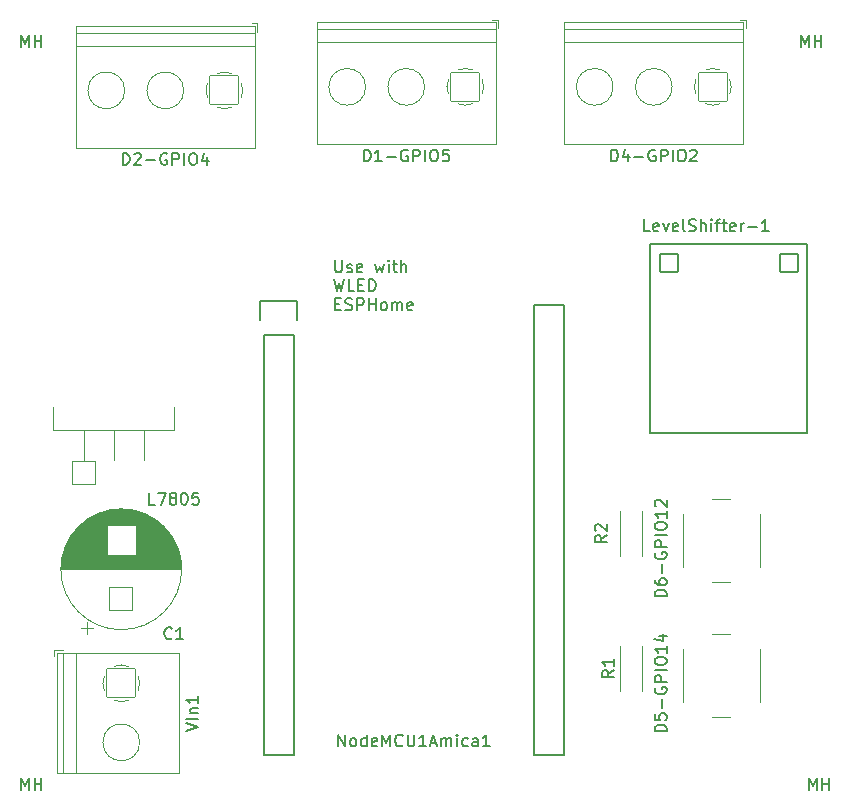
<source format=gto>
%TF.GenerationSoftware,KiCad,Pcbnew,6.0.0*%
%TF.CreationDate,2022-01-15T13:24:47-05:00*%
%TF.ProjectId,wled-driver-nodemcu-v2,776c6564-2d64-4726-9976-65722d6e6f64,rev?*%
%TF.SameCoordinates,Original*%
%TF.FileFunction,Legend,Top*%
%TF.FilePolarity,Positive*%
%FSLAX46Y46*%
G04 Gerber Fmt 4.6, Leading zero omitted, Abs format (unit mm)*
G04 Created by KiCad (PCBNEW 6.0.0) date 2022-01-15 13:24:47*
%MOMM*%
%LPD*%
G01*
G04 APERTURE LIST*
G04 Aperture macros list*
%AMRoundRect*
0 Rectangle with rounded corners*
0 $1 Rounding radius*
0 $2 $3 $4 $5 $6 $7 $8 $9 X,Y pos of 4 corners*
0 Add a 4 corners polygon primitive as box body*
4,1,4,$2,$3,$4,$5,$6,$7,$8,$9,$2,$3,0*
0 Add four circle primitives for the rounded corners*
1,1,$1+$1,$2,$3*
1,1,$1+$1,$4,$5*
1,1,$1+$1,$6,$7*
1,1,$1+$1,$8,$9*
0 Add four rect primitives between the rounded corners*
20,1,$1+$1,$2,$3,$4,$5,0*
20,1,$1+$1,$4,$5,$6,$7,0*
20,1,$1+$1,$6,$7,$8,$9,0*
20,1,$1+$1,$8,$9,$2,$3,0*%
G04 Aperture macros list end*
%ADD10C,0.150000*%
%ADD11C,0.120000*%
%ADD12C,0.127000*%
%ADD13O,2.032000X1.727200*%
%ADD14C,0.100000*%
%ADD15C,0.250000*%
%ADD16C,2.601600*%
%ADD17C,2.101600*%
%ADD18O,1.501600X1.501600*%
%ADD19C,1.501600*%
%ADD20O,3.601600X3.601600*%
%ADD21RoundRect,0.050800X-0.952500X-1.000000X0.952500X-1.000000X0.952500X1.000000X-0.952500X1.000000X0*%
%ADD22O,2.006600X2.101600*%
%ADD23RoundRect,0.050800X1.200000X1.200000X-1.200000X1.200000X-1.200000X-1.200000X1.200000X-1.200000X0*%
%ADD24C,2.501600*%
%ADD25C,3.301600*%
%ADD26O,2.133600X1.828800*%
%ADD27C,1.625600*%
%ADD28RoundRect,0.050800X-0.762000X-0.762000X0.762000X-0.762000X0.762000X0.762000X-0.762000X0.762000X0*%
%ADD29RoundRect,0.050800X1.000000X-1.000000X1.000000X1.000000X-1.000000X1.000000X-1.000000X-1.000000X0*%
%ADD30RoundRect,0.050800X-1.200000X1.200000X-1.200000X-1.200000X1.200000X-1.200000X1.200000X1.200000X0*%
G04 APERTURE END LIST*
D10*
X117175595Y-63882380D02*
X117175595Y-64691904D01*
X117223214Y-64787142D01*
X117270833Y-64834761D01*
X117366071Y-64882380D01*
X117556547Y-64882380D01*
X117651785Y-64834761D01*
X117699404Y-64787142D01*
X117747023Y-64691904D01*
X117747023Y-63882380D01*
X118175595Y-64834761D02*
X118270833Y-64882380D01*
X118461309Y-64882380D01*
X118556547Y-64834761D01*
X118604166Y-64739523D01*
X118604166Y-64691904D01*
X118556547Y-64596666D01*
X118461309Y-64549047D01*
X118318452Y-64549047D01*
X118223214Y-64501428D01*
X118175595Y-64406190D01*
X118175595Y-64358571D01*
X118223214Y-64263333D01*
X118318452Y-64215714D01*
X118461309Y-64215714D01*
X118556547Y-64263333D01*
X119413690Y-64834761D02*
X119318452Y-64882380D01*
X119127976Y-64882380D01*
X119032738Y-64834761D01*
X118985119Y-64739523D01*
X118985119Y-64358571D01*
X119032738Y-64263333D01*
X119127976Y-64215714D01*
X119318452Y-64215714D01*
X119413690Y-64263333D01*
X119461309Y-64358571D01*
X119461309Y-64453809D01*
X118985119Y-64549047D01*
X120556547Y-64215714D02*
X120747023Y-64882380D01*
X120937500Y-64406190D01*
X121127976Y-64882380D01*
X121318452Y-64215714D01*
X121699404Y-64882380D02*
X121699404Y-64215714D01*
X121699404Y-63882380D02*
X121651785Y-63930000D01*
X121699404Y-63977619D01*
X121747023Y-63930000D01*
X121699404Y-63882380D01*
X121699404Y-63977619D01*
X122032738Y-64215714D02*
X122413690Y-64215714D01*
X122175595Y-63882380D02*
X122175595Y-64739523D01*
X122223214Y-64834761D01*
X122318452Y-64882380D01*
X122413690Y-64882380D01*
X122747023Y-64882380D02*
X122747023Y-63882380D01*
X123175595Y-64882380D02*
X123175595Y-64358571D01*
X123127976Y-64263333D01*
X123032738Y-64215714D01*
X122889880Y-64215714D01*
X122794642Y-64263333D01*
X122747023Y-64310952D01*
X117080357Y-65492380D02*
X117318452Y-66492380D01*
X117508928Y-65778095D01*
X117699404Y-66492380D01*
X117937500Y-65492380D01*
X118794642Y-66492380D02*
X118318452Y-66492380D01*
X118318452Y-65492380D01*
X119127976Y-65968571D02*
X119461309Y-65968571D01*
X119604166Y-66492380D02*
X119127976Y-66492380D01*
X119127976Y-65492380D01*
X119604166Y-65492380D01*
X120032738Y-66492380D02*
X120032738Y-65492380D01*
X120270833Y-65492380D01*
X120413690Y-65540000D01*
X120508928Y-65635238D01*
X120556547Y-65730476D01*
X120604166Y-65920952D01*
X120604166Y-66063809D01*
X120556547Y-66254285D01*
X120508928Y-66349523D01*
X120413690Y-66444761D01*
X120270833Y-66492380D01*
X120032738Y-66492380D01*
X117175595Y-67578571D02*
X117508928Y-67578571D01*
X117651785Y-68102380D02*
X117175595Y-68102380D01*
X117175595Y-67102380D01*
X117651785Y-67102380D01*
X118032738Y-68054761D02*
X118175595Y-68102380D01*
X118413690Y-68102380D01*
X118508928Y-68054761D01*
X118556547Y-68007142D01*
X118604166Y-67911904D01*
X118604166Y-67816666D01*
X118556547Y-67721428D01*
X118508928Y-67673809D01*
X118413690Y-67626190D01*
X118223214Y-67578571D01*
X118127976Y-67530952D01*
X118080357Y-67483333D01*
X118032738Y-67388095D01*
X118032738Y-67292857D01*
X118080357Y-67197619D01*
X118127976Y-67150000D01*
X118223214Y-67102380D01*
X118461309Y-67102380D01*
X118604166Y-67150000D01*
X119032738Y-68102380D02*
X119032738Y-67102380D01*
X119413690Y-67102380D01*
X119508928Y-67150000D01*
X119556547Y-67197619D01*
X119604166Y-67292857D01*
X119604166Y-67435714D01*
X119556547Y-67530952D01*
X119508928Y-67578571D01*
X119413690Y-67626190D01*
X119032738Y-67626190D01*
X120032738Y-68102380D02*
X120032738Y-67102380D01*
X120032738Y-67578571D02*
X120604166Y-67578571D01*
X120604166Y-68102380D02*
X120604166Y-67102380D01*
X121223214Y-68102380D02*
X121127976Y-68054761D01*
X121080357Y-68007142D01*
X121032738Y-67911904D01*
X121032738Y-67626190D01*
X121080357Y-67530952D01*
X121127976Y-67483333D01*
X121223214Y-67435714D01*
X121366071Y-67435714D01*
X121461309Y-67483333D01*
X121508928Y-67530952D01*
X121556547Y-67626190D01*
X121556547Y-67911904D01*
X121508928Y-68007142D01*
X121461309Y-68054761D01*
X121366071Y-68102380D01*
X121223214Y-68102380D01*
X121985119Y-68102380D02*
X121985119Y-67435714D01*
X121985119Y-67530952D02*
X122032738Y-67483333D01*
X122127976Y-67435714D01*
X122270833Y-67435714D01*
X122366071Y-67483333D01*
X122413690Y-67578571D01*
X122413690Y-68102380D01*
X122413690Y-67578571D02*
X122461309Y-67483333D01*
X122556547Y-67435714D01*
X122699404Y-67435714D01*
X122794642Y-67483333D01*
X122842261Y-67578571D01*
X122842261Y-68102380D01*
X123699404Y-68054761D02*
X123604166Y-68102380D01*
X123413690Y-68102380D01*
X123318452Y-68054761D01*
X123270833Y-67959523D01*
X123270833Y-67578571D01*
X123318452Y-67483333D01*
X123413690Y-67435714D01*
X123604166Y-67435714D01*
X123699404Y-67483333D01*
X123747023Y-67578571D01*
X123747023Y-67673809D01*
X123270833Y-67769047D01*
%TO.C,MH*%
X157257857Y-108712380D02*
X157257857Y-107712380D01*
X157591190Y-108426666D01*
X157924523Y-107712380D01*
X157924523Y-108712380D01*
X158400714Y-108712380D02*
X158400714Y-107712380D01*
X158400714Y-108188571D02*
X158972142Y-108188571D01*
X158972142Y-108712380D02*
X158972142Y-107712380D01*
%TO.C,D5-GPIO14*%
X145232380Y-103766428D02*
X144232380Y-103766428D01*
X144232380Y-103528333D01*
X144280000Y-103385476D01*
X144375238Y-103290238D01*
X144470476Y-103242619D01*
X144660952Y-103195000D01*
X144803809Y-103195000D01*
X144994285Y-103242619D01*
X145089523Y-103290238D01*
X145184761Y-103385476D01*
X145232380Y-103528333D01*
X145232380Y-103766428D01*
X144232380Y-102290238D02*
X144232380Y-102766428D01*
X144708571Y-102814047D01*
X144660952Y-102766428D01*
X144613333Y-102671190D01*
X144613333Y-102433095D01*
X144660952Y-102337857D01*
X144708571Y-102290238D01*
X144803809Y-102242619D01*
X145041904Y-102242619D01*
X145137142Y-102290238D01*
X145184761Y-102337857D01*
X145232380Y-102433095D01*
X145232380Y-102671190D01*
X145184761Y-102766428D01*
X145137142Y-102814047D01*
X144851428Y-101814047D02*
X144851428Y-101052142D01*
X144280000Y-100052142D02*
X144232380Y-100147380D01*
X144232380Y-100290238D01*
X144280000Y-100433095D01*
X144375238Y-100528333D01*
X144470476Y-100575952D01*
X144660952Y-100623571D01*
X144803809Y-100623571D01*
X144994285Y-100575952D01*
X145089523Y-100528333D01*
X145184761Y-100433095D01*
X145232380Y-100290238D01*
X145232380Y-100195000D01*
X145184761Y-100052142D01*
X145137142Y-100004523D01*
X144803809Y-100004523D01*
X144803809Y-100195000D01*
X145232380Y-99575952D02*
X144232380Y-99575952D01*
X144232380Y-99195000D01*
X144280000Y-99099761D01*
X144327619Y-99052142D01*
X144422857Y-99004523D01*
X144565714Y-99004523D01*
X144660952Y-99052142D01*
X144708571Y-99099761D01*
X144756190Y-99195000D01*
X144756190Y-99575952D01*
X145232380Y-98575952D02*
X144232380Y-98575952D01*
X144232380Y-97909285D02*
X144232380Y-97718809D01*
X144280000Y-97623571D01*
X144375238Y-97528333D01*
X144565714Y-97480714D01*
X144899047Y-97480714D01*
X145089523Y-97528333D01*
X145184761Y-97623571D01*
X145232380Y-97718809D01*
X145232380Y-97909285D01*
X145184761Y-98004523D01*
X145089523Y-98099761D01*
X144899047Y-98147380D01*
X144565714Y-98147380D01*
X144375238Y-98099761D01*
X144280000Y-98004523D01*
X144232380Y-97909285D01*
X145232380Y-96528333D02*
X145232380Y-97099761D01*
X145232380Y-96814047D02*
X144232380Y-96814047D01*
X144375238Y-96909285D01*
X144470476Y-97004523D01*
X144518095Y-97099761D01*
X144565714Y-95671190D02*
X145232380Y-95671190D01*
X144184761Y-95909285D02*
X144899047Y-96147380D01*
X144899047Y-95528333D01*
%TO.C,R1*%
X140772380Y-98591666D02*
X140296190Y-98925000D01*
X140772380Y-99163095D02*
X139772380Y-99163095D01*
X139772380Y-98782142D01*
X139820000Y-98686904D01*
X139867619Y-98639285D01*
X139962857Y-98591666D01*
X140105714Y-98591666D01*
X140200952Y-98639285D01*
X140248571Y-98686904D01*
X140296190Y-98782142D01*
X140296190Y-99163095D01*
X140772380Y-97639285D02*
X140772380Y-98210714D01*
X140772380Y-97925000D02*
X139772380Y-97925000D01*
X139915238Y-98020238D01*
X140010476Y-98115476D01*
X140058095Y-98210714D01*
%TO.C,R2*%
X140152380Y-87161666D02*
X139676190Y-87495000D01*
X140152380Y-87733095D02*
X139152380Y-87733095D01*
X139152380Y-87352142D01*
X139200000Y-87256904D01*
X139247619Y-87209285D01*
X139342857Y-87161666D01*
X139485714Y-87161666D01*
X139580952Y-87209285D01*
X139628571Y-87256904D01*
X139676190Y-87352142D01*
X139676190Y-87733095D01*
X139247619Y-86780714D02*
X139200000Y-86733095D01*
X139152380Y-86637857D01*
X139152380Y-86399761D01*
X139200000Y-86304523D01*
X139247619Y-86256904D01*
X139342857Y-86209285D01*
X139438095Y-86209285D01*
X139580952Y-86256904D01*
X140152380Y-86828333D01*
X140152380Y-86209285D01*
%TO.C,D6-GPIO12*%
X145232380Y-92336428D02*
X144232380Y-92336428D01*
X144232380Y-92098333D01*
X144280000Y-91955476D01*
X144375238Y-91860238D01*
X144470476Y-91812619D01*
X144660952Y-91765000D01*
X144803809Y-91765000D01*
X144994285Y-91812619D01*
X145089523Y-91860238D01*
X145184761Y-91955476D01*
X145232380Y-92098333D01*
X145232380Y-92336428D01*
X144232380Y-90907857D02*
X144232380Y-91098333D01*
X144280000Y-91193571D01*
X144327619Y-91241190D01*
X144470476Y-91336428D01*
X144660952Y-91384047D01*
X145041904Y-91384047D01*
X145137142Y-91336428D01*
X145184761Y-91288809D01*
X145232380Y-91193571D01*
X145232380Y-91003095D01*
X145184761Y-90907857D01*
X145137142Y-90860238D01*
X145041904Y-90812619D01*
X144803809Y-90812619D01*
X144708571Y-90860238D01*
X144660952Y-90907857D01*
X144613333Y-91003095D01*
X144613333Y-91193571D01*
X144660952Y-91288809D01*
X144708571Y-91336428D01*
X144803809Y-91384047D01*
X144851428Y-90384047D02*
X144851428Y-89622142D01*
X144280000Y-88622142D02*
X144232380Y-88717380D01*
X144232380Y-88860238D01*
X144280000Y-89003095D01*
X144375238Y-89098333D01*
X144470476Y-89145952D01*
X144660952Y-89193571D01*
X144803809Y-89193571D01*
X144994285Y-89145952D01*
X145089523Y-89098333D01*
X145184761Y-89003095D01*
X145232380Y-88860238D01*
X145232380Y-88765000D01*
X145184761Y-88622142D01*
X145137142Y-88574523D01*
X144803809Y-88574523D01*
X144803809Y-88765000D01*
X145232380Y-88145952D02*
X144232380Y-88145952D01*
X144232380Y-87765000D01*
X144280000Y-87669761D01*
X144327619Y-87622142D01*
X144422857Y-87574523D01*
X144565714Y-87574523D01*
X144660952Y-87622142D01*
X144708571Y-87669761D01*
X144756190Y-87765000D01*
X144756190Y-88145952D01*
X145232380Y-87145952D02*
X144232380Y-87145952D01*
X144232380Y-86479285D02*
X144232380Y-86288809D01*
X144280000Y-86193571D01*
X144375238Y-86098333D01*
X144565714Y-86050714D01*
X144899047Y-86050714D01*
X145089523Y-86098333D01*
X145184761Y-86193571D01*
X145232380Y-86288809D01*
X145232380Y-86479285D01*
X145184761Y-86574523D01*
X145089523Y-86669761D01*
X144899047Y-86717380D01*
X144565714Y-86717380D01*
X144375238Y-86669761D01*
X144280000Y-86574523D01*
X144232380Y-86479285D01*
X145232380Y-85098333D02*
X145232380Y-85669761D01*
X145232380Y-85384047D02*
X144232380Y-85384047D01*
X144375238Y-85479285D01*
X144470476Y-85574523D01*
X144518095Y-85669761D01*
X144327619Y-84717380D02*
X144280000Y-84669761D01*
X144232380Y-84574523D01*
X144232380Y-84336428D01*
X144280000Y-84241190D01*
X144327619Y-84193571D01*
X144422857Y-84145952D01*
X144518095Y-84145952D01*
X144660952Y-84193571D01*
X145232380Y-84765000D01*
X145232380Y-84145952D01*
%TO.C,MH*%
X90582857Y-45847380D02*
X90582857Y-44847380D01*
X90916190Y-45561666D01*
X91249523Y-44847380D01*
X91249523Y-45847380D01*
X91725714Y-45847380D02*
X91725714Y-44847380D01*
X91725714Y-45323571D02*
X92297142Y-45323571D01*
X92297142Y-45847380D02*
X92297142Y-44847380D01*
X156622857Y-45847380D02*
X156622857Y-44847380D01*
X156956190Y-45561666D01*
X157289523Y-44847380D01*
X157289523Y-45847380D01*
X157765714Y-45847380D02*
X157765714Y-44847380D01*
X157765714Y-45323571D02*
X158337142Y-45323571D01*
X158337142Y-45847380D02*
X158337142Y-44847380D01*
X90582857Y-108712380D02*
X90582857Y-107712380D01*
X90916190Y-108426666D01*
X91249523Y-107712380D01*
X91249523Y-108712380D01*
X91725714Y-108712380D02*
X91725714Y-107712380D01*
X91725714Y-108188571D02*
X92297142Y-108188571D01*
X92297142Y-108712380D02*
X92297142Y-107712380D01*
%TO.C,L7805*%
X101909761Y-84567380D02*
X101433571Y-84567380D01*
X101433571Y-83567380D01*
X102147857Y-83567380D02*
X102814523Y-83567380D01*
X102385952Y-84567380D01*
X103338333Y-83995952D02*
X103243095Y-83948333D01*
X103195476Y-83900714D01*
X103147857Y-83805476D01*
X103147857Y-83757857D01*
X103195476Y-83662619D01*
X103243095Y-83615000D01*
X103338333Y-83567380D01*
X103528809Y-83567380D01*
X103624047Y-83615000D01*
X103671666Y-83662619D01*
X103719285Y-83757857D01*
X103719285Y-83805476D01*
X103671666Y-83900714D01*
X103624047Y-83948333D01*
X103528809Y-83995952D01*
X103338333Y-83995952D01*
X103243095Y-84043571D01*
X103195476Y-84091190D01*
X103147857Y-84186428D01*
X103147857Y-84376904D01*
X103195476Y-84472142D01*
X103243095Y-84519761D01*
X103338333Y-84567380D01*
X103528809Y-84567380D01*
X103624047Y-84519761D01*
X103671666Y-84472142D01*
X103719285Y-84376904D01*
X103719285Y-84186428D01*
X103671666Y-84091190D01*
X103624047Y-84043571D01*
X103528809Y-83995952D01*
X104338333Y-83567380D02*
X104433571Y-83567380D01*
X104528809Y-83615000D01*
X104576428Y-83662619D01*
X104624047Y-83757857D01*
X104671666Y-83948333D01*
X104671666Y-84186428D01*
X104624047Y-84376904D01*
X104576428Y-84472142D01*
X104528809Y-84519761D01*
X104433571Y-84567380D01*
X104338333Y-84567380D01*
X104243095Y-84519761D01*
X104195476Y-84472142D01*
X104147857Y-84376904D01*
X104100238Y-84186428D01*
X104100238Y-83948333D01*
X104147857Y-83757857D01*
X104195476Y-83662619D01*
X104243095Y-83615000D01*
X104338333Y-83567380D01*
X105576428Y-83567380D02*
X105100238Y-83567380D01*
X105052619Y-84043571D01*
X105100238Y-83995952D01*
X105195476Y-83948333D01*
X105433571Y-83948333D01*
X105528809Y-83995952D01*
X105576428Y-84043571D01*
X105624047Y-84138809D01*
X105624047Y-84376904D01*
X105576428Y-84472142D01*
X105528809Y-84519761D01*
X105433571Y-84567380D01*
X105195476Y-84567380D01*
X105100238Y-84519761D01*
X105052619Y-84472142D01*
%TO.C,D4-GPIO2*%
X140549761Y-55507380D02*
X140549761Y-54507380D01*
X140787857Y-54507380D01*
X140930714Y-54555000D01*
X141025952Y-54650238D01*
X141073571Y-54745476D01*
X141121190Y-54935952D01*
X141121190Y-55078809D01*
X141073571Y-55269285D01*
X141025952Y-55364523D01*
X140930714Y-55459761D01*
X140787857Y-55507380D01*
X140549761Y-55507380D01*
X141978333Y-54840714D02*
X141978333Y-55507380D01*
X141740238Y-54459761D02*
X141502142Y-55174047D01*
X142121190Y-55174047D01*
X142502142Y-55126428D02*
X143264047Y-55126428D01*
X144264047Y-54555000D02*
X144168809Y-54507380D01*
X144025952Y-54507380D01*
X143883095Y-54555000D01*
X143787857Y-54650238D01*
X143740238Y-54745476D01*
X143692619Y-54935952D01*
X143692619Y-55078809D01*
X143740238Y-55269285D01*
X143787857Y-55364523D01*
X143883095Y-55459761D01*
X144025952Y-55507380D01*
X144121190Y-55507380D01*
X144264047Y-55459761D01*
X144311666Y-55412142D01*
X144311666Y-55078809D01*
X144121190Y-55078809D01*
X144740238Y-55507380D02*
X144740238Y-54507380D01*
X145121190Y-54507380D01*
X145216428Y-54555000D01*
X145264047Y-54602619D01*
X145311666Y-54697857D01*
X145311666Y-54840714D01*
X145264047Y-54935952D01*
X145216428Y-54983571D01*
X145121190Y-55031190D01*
X144740238Y-55031190D01*
X145740238Y-55507380D02*
X145740238Y-54507380D01*
X146406904Y-54507380D02*
X146597380Y-54507380D01*
X146692619Y-54555000D01*
X146787857Y-54650238D01*
X146835476Y-54840714D01*
X146835476Y-55174047D01*
X146787857Y-55364523D01*
X146692619Y-55459761D01*
X146597380Y-55507380D01*
X146406904Y-55507380D01*
X146311666Y-55459761D01*
X146216428Y-55364523D01*
X146168809Y-55174047D01*
X146168809Y-54840714D01*
X146216428Y-54650238D01*
X146311666Y-54555000D01*
X146406904Y-54507380D01*
X147216428Y-54602619D02*
X147264047Y-54555000D01*
X147359285Y-54507380D01*
X147597380Y-54507380D01*
X147692619Y-54555000D01*
X147740238Y-54602619D01*
X147787857Y-54697857D01*
X147787857Y-54793095D01*
X147740238Y-54935952D01*
X147168809Y-55507380D01*
X147787857Y-55507380D01*
%TO.C,NodeMCU1Amica1*%
X117444047Y-105029880D02*
X117444047Y-104029880D01*
X118015476Y-105029880D01*
X118015476Y-104029880D01*
X118634523Y-105029880D02*
X118539285Y-104982261D01*
X118491666Y-104934642D01*
X118444047Y-104839404D01*
X118444047Y-104553690D01*
X118491666Y-104458452D01*
X118539285Y-104410833D01*
X118634523Y-104363214D01*
X118777380Y-104363214D01*
X118872619Y-104410833D01*
X118920238Y-104458452D01*
X118967857Y-104553690D01*
X118967857Y-104839404D01*
X118920238Y-104934642D01*
X118872619Y-104982261D01*
X118777380Y-105029880D01*
X118634523Y-105029880D01*
X119825000Y-105029880D02*
X119825000Y-104029880D01*
X119825000Y-104982261D02*
X119729761Y-105029880D01*
X119539285Y-105029880D01*
X119444047Y-104982261D01*
X119396428Y-104934642D01*
X119348809Y-104839404D01*
X119348809Y-104553690D01*
X119396428Y-104458452D01*
X119444047Y-104410833D01*
X119539285Y-104363214D01*
X119729761Y-104363214D01*
X119825000Y-104410833D01*
X120682142Y-104982261D02*
X120586904Y-105029880D01*
X120396428Y-105029880D01*
X120301190Y-104982261D01*
X120253571Y-104887023D01*
X120253571Y-104506071D01*
X120301190Y-104410833D01*
X120396428Y-104363214D01*
X120586904Y-104363214D01*
X120682142Y-104410833D01*
X120729761Y-104506071D01*
X120729761Y-104601309D01*
X120253571Y-104696547D01*
X121158333Y-105029880D02*
X121158333Y-104029880D01*
X121491666Y-104744166D01*
X121825000Y-104029880D01*
X121825000Y-105029880D01*
X122872619Y-104934642D02*
X122825000Y-104982261D01*
X122682142Y-105029880D01*
X122586904Y-105029880D01*
X122444047Y-104982261D01*
X122348809Y-104887023D01*
X122301190Y-104791785D01*
X122253571Y-104601309D01*
X122253571Y-104458452D01*
X122301190Y-104267976D01*
X122348809Y-104172738D01*
X122444047Y-104077500D01*
X122586904Y-104029880D01*
X122682142Y-104029880D01*
X122825000Y-104077500D01*
X122872619Y-104125119D01*
X123301190Y-104029880D02*
X123301190Y-104839404D01*
X123348809Y-104934642D01*
X123396428Y-104982261D01*
X123491666Y-105029880D01*
X123682142Y-105029880D01*
X123777380Y-104982261D01*
X123825000Y-104934642D01*
X123872619Y-104839404D01*
X123872619Y-104029880D01*
X124872619Y-105029880D02*
X124301190Y-105029880D01*
X124586904Y-105029880D02*
X124586904Y-104029880D01*
X124491666Y-104172738D01*
X124396428Y-104267976D01*
X124301190Y-104315595D01*
X125253571Y-104744166D02*
X125729761Y-104744166D01*
X125158333Y-105029880D02*
X125491666Y-104029880D01*
X125825000Y-105029880D01*
X126158333Y-105029880D02*
X126158333Y-104363214D01*
X126158333Y-104458452D02*
X126205952Y-104410833D01*
X126301190Y-104363214D01*
X126444047Y-104363214D01*
X126539285Y-104410833D01*
X126586904Y-104506071D01*
X126586904Y-105029880D01*
X126586904Y-104506071D02*
X126634523Y-104410833D01*
X126729761Y-104363214D01*
X126872619Y-104363214D01*
X126967857Y-104410833D01*
X127015476Y-104506071D01*
X127015476Y-105029880D01*
X127491666Y-105029880D02*
X127491666Y-104363214D01*
X127491666Y-104029880D02*
X127444047Y-104077500D01*
X127491666Y-104125119D01*
X127539285Y-104077500D01*
X127491666Y-104029880D01*
X127491666Y-104125119D01*
X128396428Y-104982261D02*
X128301190Y-105029880D01*
X128110714Y-105029880D01*
X128015476Y-104982261D01*
X127967857Y-104934642D01*
X127920238Y-104839404D01*
X127920238Y-104553690D01*
X127967857Y-104458452D01*
X128015476Y-104410833D01*
X128110714Y-104363214D01*
X128301190Y-104363214D01*
X128396428Y-104410833D01*
X129253571Y-105029880D02*
X129253571Y-104506071D01*
X129205952Y-104410833D01*
X129110714Y-104363214D01*
X128920238Y-104363214D01*
X128825000Y-104410833D01*
X129253571Y-104982261D02*
X129158333Y-105029880D01*
X128920238Y-105029880D01*
X128825000Y-104982261D01*
X128777380Y-104887023D01*
X128777380Y-104791785D01*
X128825000Y-104696547D01*
X128920238Y-104648928D01*
X129158333Y-104648928D01*
X129253571Y-104601309D01*
X130253571Y-105029880D02*
X129682142Y-105029880D01*
X129967857Y-105029880D02*
X129967857Y-104029880D01*
X129872619Y-104172738D01*
X129777380Y-104267976D01*
X129682142Y-104315595D01*
%TO.C,LevelShifter-1*%
X143828095Y-61412380D02*
X143351904Y-61412380D01*
X143351904Y-60412380D01*
X144542380Y-61364761D02*
X144447142Y-61412380D01*
X144256666Y-61412380D01*
X144161428Y-61364761D01*
X144113809Y-61269523D01*
X144113809Y-60888571D01*
X144161428Y-60793333D01*
X144256666Y-60745714D01*
X144447142Y-60745714D01*
X144542380Y-60793333D01*
X144590000Y-60888571D01*
X144590000Y-60983809D01*
X144113809Y-61079047D01*
X144923333Y-60745714D02*
X145161428Y-61412380D01*
X145399523Y-60745714D01*
X146161428Y-61364761D02*
X146066190Y-61412380D01*
X145875714Y-61412380D01*
X145780476Y-61364761D01*
X145732857Y-61269523D01*
X145732857Y-60888571D01*
X145780476Y-60793333D01*
X145875714Y-60745714D01*
X146066190Y-60745714D01*
X146161428Y-60793333D01*
X146209047Y-60888571D01*
X146209047Y-60983809D01*
X145732857Y-61079047D01*
X146780476Y-61412380D02*
X146685238Y-61364761D01*
X146637619Y-61269523D01*
X146637619Y-60412380D01*
X147113809Y-61364761D02*
X147256666Y-61412380D01*
X147494761Y-61412380D01*
X147590000Y-61364761D01*
X147637619Y-61317142D01*
X147685238Y-61221904D01*
X147685238Y-61126666D01*
X147637619Y-61031428D01*
X147590000Y-60983809D01*
X147494761Y-60936190D01*
X147304285Y-60888571D01*
X147209047Y-60840952D01*
X147161428Y-60793333D01*
X147113809Y-60698095D01*
X147113809Y-60602857D01*
X147161428Y-60507619D01*
X147209047Y-60460000D01*
X147304285Y-60412380D01*
X147542380Y-60412380D01*
X147685238Y-60460000D01*
X148113809Y-61412380D02*
X148113809Y-60412380D01*
X148542380Y-61412380D02*
X148542380Y-60888571D01*
X148494761Y-60793333D01*
X148399523Y-60745714D01*
X148256666Y-60745714D01*
X148161428Y-60793333D01*
X148113809Y-60840952D01*
X149018571Y-61412380D02*
X149018571Y-60745714D01*
X149018571Y-60412380D02*
X148970952Y-60460000D01*
X149018571Y-60507619D01*
X149066190Y-60460000D01*
X149018571Y-60412380D01*
X149018571Y-60507619D01*
X149351904Y-60745714D02*
X149732857Y-60745714D01*
X149494761Y-61412380D02*
X149494761Y-60555238D01*
X149542380Y-60460000D01*
X149637619Y-60412380D01*
X149732857Y-60412380D01*
X149923333Y-60745714D02*
X150304285Y-60745714D01*
X150066190Y-60412380D02*
X150066190Y-61269523D01*
X150113809Y-61364761D01*
X150209047Y-61412380D01*
X150304285Y-61412380D01*
X151018571Y-61364761D02*
X150923333Y-61412380D01*
X150732857Y-61412380D01*
X150637619Y-61364761D01*
X150590000Y-61269523D01*
X150590000Y-60888571D01*
X150637619Y-60793333D01*
X150732857Y-60745714D01*
X150923333Y-60745714D01*
X151018571Y-60793333D01*
X151066190Y-60888571D01*
X151066190Y-60983809D01*
X150590000Y-61079047D01*
X151494761Y-61412380D02*
X151494761Y-60745714D01*
X151494761Y-60936190D02*
X151542380Y-60840952D01*
X151590000Y-60793333D01*
X151685238Y-60745714D01*
X151780476Y-60745714D01*
X152113809Y-61031428D02*
X152875714Y-61031428D01*
X153875714Y-61412380D02*
X153304285Y-61412380D01*
X153590000Y-61412380D02*
X153590000Y-60412380D01*
X153494761Y-60555238D01*
X153399523Y-60650476D01*
X153304285Y-60698095D01*
%TO.C,C1*%
X103338333Y-95874465D02*
X103290714Y-95922084D01*
X103147857Y-95969703D01*
X103052619Y-95969703D01*
X102909761Y-95922084D01*
X102814523Y-95826846D01*
X102766904Y-95731608D01*
X102719285Y-95541132D01*
X102719285Y-95398275D01*
X102766904Y-95207799D01*
X102814523Y-95112561D01*
X102909761Y-95017323D01*
X103052619Y-94969703D01*
X103147857Y-94969703D01*
X103290714Y-95017323D01*
X103338333Y-95064942D01*
X104290714Y-95969703D02*
X103719285Y-95969703D01*
X104005000Y-95969703D02*
X104005000Y-94969703D01*
X103909761Y-95112561D01*
X103814523Y-95207799D01*
X103719285Y-95255418D01*
%TO.C,VIn1*%
X104562380Y-103695000D02*
X105562380Y-103361666D01*
X104562380Y-103028333D01*
X105562380Y-102695000D02*
X104562380Y-102695000D01*
X104895714Y-102218809D02*
X105562380Y-102218809D01*
X104990952Y-102218809D02*
X104943333Y-102171190D01*
X104895714Y-102075952D01*
X104895714Y-101933095D01*
X104943333Y-101837857D01*
X105038571Y-101790238D01*
X105562380Y-101790238D01*
X105562380Y-100790238D02*
X105562380Y-101361666D01*
X105562380Y-101075952D02*
X104562380Y-101075952D01*
X104705238Y-101171190D01*
X104800476Y-101266428D01*
X104848095Y-101361666D01*
%TO.C,D1-GPIO5*%
X119594761Y-55507380D02*
X119594761Y-54507380D01*
X119832857Y-54507380D01*
X119975714Y-54555000D01*
X120070952Y-54650238D01*
X120118571Y-54745476D01*
X120166190Y-54935952D01*
X120166190Y-55078809D01*
X120118571Y-55269285D01*
X120070952Y-55364523D01*
X119975714Y-55459761D01*
X119832857Y-55507380D01*
X119594761Y-55507380D01*
X121118571Y-55507380D02*
X120547142Y-55507380D01*
X120832857Y-55507380D02*
X120832857Y-54507380D01*
X120737619Y-54650238D01*
X120642380Y-54745476D01*
X120547142Y-54793095D01*
X121547142Y-55126428D02*
X122309047Y-55126428D01*
X123309047Y-54555000D02*
X123213809Y-54507380D01*
X123070952Y-54507380D01*
X122928095Y-54555000D01*
X122832857Y-54650238D01*
X122785238Y-54745476D01*
X122737619Y-54935952D01*
X122737619Y-55078809D01*
X122785238Y-55269285D01*
X122832857Y-55364523D01*
X122928095Y-55459761D01*
X123070952Y-55507380D01*
X123166190Y-55507380D01*
X123309047Y-55459761D01*
X123356666Y-55412142D01*
X123356666Y-55078809D01*
X123166190Y-55078809D01*
X123785238Y-55507380D02*
X123785238Y-54507380D01*
X124166190Y-54507380D01*
X124261428Y-54555000D01*
X124309047Y-54602619D01*
X124356666Y-54697857D01*
X124356666Y-54840714D01*
X124309047Y-54935952D01*
X124261428Y-54983571D01*
X124166190Y-55031190D01*
X123785238Y-55031190D01*
X124785238Y-55507380D02*
X124785238Y-54507380D01*
X125451904Y-54507380D02*
X125642380Y-54507380D01*
X125737619Y-54555000D01*
X125832857Y-54650238D01*
X125880476Y-54840714D01*
X125880476Y-55174047D01*
X125832857Y-55364523D01*
X125737619Y-55459761D01*
X125642380Y-55507380D01*
X125451904Y-55507380D01*
X125356666Y-55459761D01*
X125261428Y-55364523D01*
X125213809Y-55174047D01*
X125213809Y-54840714D01*
X125261428Y-54650238D01*
X125356666Y-54555000D01*
X125451904Y-54507380D01*
X126785238Y-54507380D02*
X126309047Y-54507380D01*
X126261428Y-54983571D01*
X126309047Y-54935952D01*
X126404285Y-54888333D01*
X126642380Y-54888333D01*
X126737619Y-54935952D01*
X126785238Y-54983571D01*
X126832857Y-55078809D01*
X126832857Y-55316904D01*
X126785238Y-55412142D01*
X126737619Y-55459761D01*
X126642380Y-55507380D01*
X126404285Y-55507380D01*
X126309047Y-55459761D01*
X126261428Y-55412142D01*
%TO.C,D2-GPIO4*%
X99194761Y-55807380D02*
X99194761Y-54807380D01*
X99432857Y-54807380D01*
X99575714Y-54855000D01*
X99670952Y-54950238D01*
X99718571Y-55045476D01*
X99766190Y-55235952D01*
X99766190Y-55378809D01*
X99718571Y-55569285D01*
X99670952Y-55664523D01*
X99575714Y-55759761D01*
X99432857Y-55807380D01*
X99194761Y-55807380D01*
X100147142Y-54902619D02*
X100194761Y-54855000D01*
X100290000Y-54807380D01*
X100528095Y-54807380D01*
X100623333Y-54855000D01*
X100670952Y-54902619D01*
X100718571Y-54997857D01*
X100718571Y-55093095D01*
X100670952Y-55235952D01*
X100099523Y-55807380D01*
X100718571Y-55807380D01*
X101147142Y-55426428D02*
X101909047Y-55426428D01*
X102909047Y-54855000D02*
X102813809Y-54807380D01*
X102670952Y-54807380D01*
X102528095Y-54855000D01*
X102432857Y-54950238D01*
X102385238Y-55045476D01*
X102337619Y-55235952D01*
X102337619Y-55378809D01*
X102385238Y-55569285D01*
X102432857Y-55664523D01*
X102528095Y-55759761D01*
X102670952Y-55807380D01*
X102766190Y-55807380D01*
X102909047Y-55759761D01*
X102956666Y-55712142D01*
X102956666Y-55378809D01*
X102766190Y-55378809D01*
X103385238Y-55807380D02*
X103385238Y-54807380D01*
X103766190Y-54807380D01*
X103861428Y-54855000D01*
X103909047Y-54902619D01*
X103956666Y-54997857D01*
X103956666Y-55140714D01*
X103909047Y-55235952D01*
X103861428Y-55283571D01*
X103766190Y-55331190D01*
X103385238Y-55331190D01*
X104385238Y-55807380D02*
X104385238Y-54807380D01*
X105051904Y-54807380D02*
X105242380Y-54807380D01*
X105337619Y-54855000D01*
X105432857Y-54950238D01*
X105480476Y-55140714D01*
X105480476Y-55474047D01*
X105432857Y-55664523D01*
X105337619Y-55759761D01*
X105242380Y-55807380D01*
X105051904Y-55807380D01*
X104956666Y-55759761D01*
X104861428Y-55664523D01*
X104813809Y-55474047D01*
X104813809Y-55140714D01*
X104861428Y-54950238D01*
X104956666Y-54855000D01*
X105051904Y-54807380D01*
X106337619Y-55140714D02*
X106337619Y-55807380D01*
X106099523Y-54759761D02*
X105861428Y-55474047D01*
X106480476Y-55474047D01*
D11*
%TO.C,D5-GPIO14*%
X150610000Y-95560000D02*
X149110000Y-95560000D01*
X153110000Y-101310000D02*
X153110000Y-96810000D01*
X149110000Y-102560000D02*
X150610000Y-102560000D01*
X146610000Y-96810000D02*
X146610000Y-101310000D01*
%TO.C,R1*%
X143160000Y-100345000D02*
X143160000Y-96505000D01*
X141320000Y-100345000D02*
X141320000Y-96505000D01*
%TO.C,R2*%
X141320000Y-85075000D02*
X141320000Y-88915000D01*
X143160000Y-85075000D02*
X143160000Y-88915000D01*
%TO.C,D6-GPIO12*%
X149110000Y-91130000D02*
X150610000Y-91130000D01*
X146610000Y-85380000D02*
X146610000Y-89880000D01*
X150610000Y-84130000D02*
X149110000Y-84130000D01*
X153110000Y-89880000D02*
X153110000Y-85380000D01*
%TO.C,L7805*%
X98425000Y-78225000D02*
X98425000Y-80765000D01*
X93305000Y-62335000D02*
X103545000Y-62335000D01*
X95885000Y-78225000D02*
X95885000Y-80765000D01*
X103545000Y-62335000D02*
X103545000Y-78225000D01*
X93305000Y-62335000D02*
X93305000Y-78225000D01*
X93305000Y-78225000D02*
X103545000Y-78225000D01*
X100965000Y-78225000D02*
X100965000Y-80765000D01*
%TO.C,D4-GPIO2*%
X136585000Y-54055000D02*
X136585000Y-43735000D01*
X151705000Y-54055000D02*
X136585000Y-54055000D01*
X151945000Y-43495000D02*
X151445000Y-43495000D01*
X151705000Y-44295000D02*
X136585000Y-44295000D01*
X151705000Y-45395000D02*
X136585000Y-45395000D01*
X151705000Y-54055000D02*
X151705000Y-43735000D01*
X151705000Y-43735000D02*
X136585000Y-43735000D01*
X151945000Y-44235000D02*
X151945000Y-43495000D01*
X147713000Y-48587000D02*
G75*
G03*
X147712891Y-49802742I1432003J-607999D01*
G01*
X150577000Y-49803000D02*
G75*
G03*
X150577109Y-48587258I-1432003J607999D01*
G01*
X149145000Y-47640000D02*
G75*
G03*
X148537413Y-47763615I-1J-1554997D01*
G01*
X149753000Y-47763000D02*
G75*
G03*
X149117989Y-47639507I-607998J-1431988D01*
G01*
X148537000Y-50627000D02*
G75*
G03*
X149752742Y-50627109I607999J1432003D01*
G01*
X145700000Y-49195000D02*
G75*
G03*
X145700000Y-49195000I-1555000J0D01*
G01*
X140700000Y-49195000D02*
G75*
G03*
X140700000Y-49195000I-1555000J0D01*
G01*
D10*
%TO.C,NodeMCU1Amica1*%
X136525000Y-67627500D02*
X133985000Y-67627500D01*
X111125000Y-105727500D02*
X113665000Y-105727500D01*
X133985000Y-105727500D02*
X136525000Y-105727500D01*
X113665000Y-70167500D02*
X111125000Y-70167500D01*
X133985000Y-67627500D02*
X133985000Y-105727500D01*
X111125000Y-70167500D02*
X111125000Y-105727500D01*
X110845000Y-68897500D02*
X110845000Y-67347500D01*
X136525000Y-105727500D02*
X136525000Y-67627500D01*
X113945000Y-67347500D02*
X113945000Y-68897500D01*
X113665000Y-105727500D02*
X113665000Y-70167500D01*
X110845000Y-67347500D02*
X113945000Y-67347500D01*
D12*
%TO.C,LevelShifter-1*%
X143830000Y-78510000D02*
X143830000Y-62460000D01*
X143830000Y-62460000D02*
X157160000Y-62460000D01*
X157160000Y-62460000D02*
X157160000Y-78510000D01*
X157160000Y-78510000D02*
X143830000Y-78510000D01*
D11*
%TO.C,C1*%
X94104000Y-88916677D02*
X104016000Y-88916677D01*
X100301000Y-88276677D02*
X103828000Y-88276677D01*
X97116000Y-85316677D02*
X101004000Y-85316677D01*
X93995000Y-89637677D02*
X104125000Y-89637677D01*
X100301000Y-87516677D02*
X103477000Y-87516677D01*
X98461000Y-84956677D02*
X99659000Y-84956677D01*
X96006000Y-85956677D02*
X102114000Y-85956677D01*
X94496000Y-87796677D02*
X97819000Y-87796677D01*
X94689000Y-87436677D02*
X97819000Y-87436677D01*
X100301000Y-86756677D02*
X102952000Y-86756677D01*
X100301000Y-87596677D02*
X103522000Y-87596677D01*
X94866000Y-87156677D02*
X97819000Y-87156677D01*
X98198000Y-84996677D02*
X99922000Y-84996677D01*
X100301000Y-88356677D02*
X103857000Y-88356677D01*
X94577000Y-87636677D02*
X97819000Y-87636677D01*
X94894000Y-87116677D02*
X97819000Y-87116677D01*
X100301000Y-86596677D02*
X102813000Y-86596677D01*
X95202000Y-86716677D02*
X97819000Y-86716677D01*
X95168000Y-86756677D02*
X97819000Y-86756677D01*
X95806000Y-86116677D02*
X102314000Y-86116677D01*
X100301000Y-87916677D02*
X103681000Y-87916677D01*
X94337000Y-88156677D02*
X97819000Y-88156677D01*
X100301000Y-86436677D02*
X102661000Y-86436677D01*
X94036000Y-89276677D02*
X104084000Y-89276677D01*
X94439000Y-87916677D02*
X97819000Y-87916677D01*
X100301000Y-87876677D02*
X103663000Y-87876677D01*
X93990000Y-89717677D02*
X104130000Y-89717677D01*
X96851000Y-85436677D02*
X101269000Y-85436677D01*
X95854000Y-86076677D02*
X102266000Y-86076677D01*
X97023000Y-85356677D02*
X101097000Y-85356677D01*
X94236000Y-88436677D02*
X97819000Y-88436677D01*
X96415000Y-85676677D02*
X101705000Y-85676677D01*
X94370000Y-88076677D02*
X97819000Y-88076677D01*
X94787000Y-87276677D02*
X97819000Y-87276677D01*
X96621000Y-85556677D02*
X101499000Y-85556677D01*
X94353000Y-88116677D02*
X97819000Y-88116677D01*
X96060000Y-85916677D02*
X102060000Y-85916677D01*
X100301000Y-88436677D02*
X103884000Y-88436677D01*
X93987000Y-89757677D02*
X104133000Y-89757677D01*
X95420000Y-86476677D02*
X97819000Y-86476677D01*
X94030000Y-89316677D02*
X104090000Y-89316677D01*
X100301000Y-87556677D02*
X103500000Y-87556677D01*
X100301000Y-88316677D02*
X103843000Y-88316677D01*
X100301000Y-88636677D02*
X103945000Y-88636677D01*
X100301000Y-87636677D02*
X103543000Y-87636677D01*
X94186000Y-88596677D02*
X97819000Y-88596677D01*
X94132000Y-88796677D02*
X103988000Y-88796677D01*
X100301000Y-87356677D02*
X103383000Y-87356677D01*
X94737000Y-87356677D02*
X97819000Y-87356677D01*
X100301000Y-86796677D02*
X102985000Y-86796677D01*
X96550000Y-85596677D02*
X101570000Y-85596677D01*
X97998000Y-85036677D02*
X100122000Y-85036677D01*
X94386000Y-88036677D02*
X97819000Y-88036677D01*
X100301000Y-86516677D02*
X102739000Y-86516677D01*
X94713000Y-87396677D02*
X97819000Y-87396677D01*
X94198000Y-88556677D02*
X97819000Y-88556677D01*
X100301000Y-88156677D02*
X103783000Y-88156677D01*
X95236000Y-86676677D02*
X97819000Y-86676677D01*
X100301000Y-87996677D02*
X103717000Y-87996677D01*
X95010000Y-86956677D02*
X97819000Y-86956677D01*
X100301000Y-87116677D02*
X103226000Y-87116677D01*
X96481000Y-85636677D02*
X101639000Y-85636677D01*
X97550000Y-85156677D02*
X100570000Y-85156677D01*
X94175000Y-88636677D02*
X97819000Y-88636677D01*
X96185000Y-95517323D02*
X96185000Y-94517323D01*
X100301000Y-86476677D02*
X102700000Y-86476677D01*
X94142000Y-88756677D02*
X97819000Y-88756677D01*
X100301000Y-87796677D02*
X103624000Y-87796677D01*
X94762000Y-87316677D02*
X97819000Y-87316677D01*
X93982000Y-89877677D02*
X104138000Y-89877677D01*
X94020000Y-89397677D02*
X104100000Y-89397677D01*
X100301000Y-86636677D02*
X102849000Y-86636677D01*
X95904000Y-86036677D02*
X102216000Y-86036677D01*
X94598000Y-87596677D02*
X97819000Y-87596677D01*
X100301000Y-87476677D02*
X103455000Y-87476677D01*
X94421000Y-87956677D02*
X97819000Y-87956677D01*
X94839000Y-87196677D02*
X97819000Y-87196677D01*
X100301000Y-86556677D02*
X102776000Y-86556677D01*
X100301000Y-88556677D02*
X103922000Y-88556677D01*
X94403000Y-87996677D02*
X97819000Y-87996677D01*
X94025000Y-89357677D02*
X104095000Y-89357677D01*
X94006000Y-89517677D02*
X104114000Y-89517677D01*
X94665000Y-87476677D02*
X97819000Y-87476677D01*
X95685000Y-95017323D02*
X96685000Y-95017323D01*
X95759000Y-86156677D02*
X102361000Y-86156677D01*
X94950000Y-87036677D02*
X97819000Y-87036677D01*
X93980000Y-89997677D02*
X104140000Y-89997677D01*
X94086000Y-88996677D02*
X104034000Y-88996677D01*
X93985000Y-89797677D02*
X104135000Y-89797677D01*
X100301000Y-88396677D02*
X103871000Y-88396677D01*
X100301000Y-87196677D02*
X103281000Y-87196677D01*
X100301000Y-86396677D02*
X102621000Y-86396677D01*
X100301000Y-88716677D02*
X103967000Y-88716677D01*
X100301000Y-86676677D02*
X102884000Y-86676677D01*
X95624000Y-86276677D02*
X102496000Y-86276677D01*
X94210000Y-88516677D02*
X97819000Y-88516677D01*
X100301000Y-88076677D02*
X103750000Y-88076677D01*
X100301000Y-88236677D02*
X103814000Y-88236677D01*
X94556000Y-87676677D02*
X97819000Y-87676677D01*
X96290000Y-85756677D02*
X101830000Y-85756677D01*
X94476000Y-87836677D02*
X97819000Y-87836677D01*
X94122000Y-88836677D02*
X103998000Y-88836677D01*
X94643000Y-87516677D02*
X97819000Y-87516677D01*
X95540000Y-86356677D02*
X97819000Y-86356677D01*
X100301000Y-86356677D02*
X102580000Y-86356677D01*
X100301000Y-87036677D02*
X103170000Y-87036677D01*
X96695000Y-85516677D02*
X101425000Y-85516677D01*
X94042000Y-89236677D02*
X104078000Y-89236677D01*
X100301000Y-87156677D02*
X103254000Y-87156677D01*
X94813000Y-87236677D02*
X97819000Y-87236677D01*
X94002000Y-89557677D02*
X104118000Y-89557677D01*
X100301000Y-87076677D02*
X103198000Y-87076677D01*
X94535000Y-87716677D02*
X97819000Y-87716677D01*
X100301000Y-86996677D02*
X103140000Y-86996677D01*
X100301000Y-87956677D02*
X103699000Y-87956677D01*
X94263000Y-88356677D02*
X97819000Y-88356677D01*
X100301000Y-87716677D02*
X103585000Y-87716677D01*
X100301000Y-88756677D02*
X103978000Y-88756677D01*
X93992000Y-89677677D02*
X104128000Y-89677677D01*
X94153000Y-88716677D02*
X97819000Y-88716677D01*
X96771000Y-85476677D02*
X101349000Y-85476677D01*
X93980000Y-90037677D02*
X104140000Y-90037677D01*
X100301000Y-86916677D02*
X103080000Y-86916677D01*
X94070000Y-89076677D02*
X104050000Y-89076677D01*
X93998000Y-89597677D02*
X104122000Y-89597677D01*
X100301000Y-88596677D02*
X103934000Y-88596677D01*
X100301000Y-86956677D02*
X103110000Y-86956677D01*
X94249000Y-88396677D02*
X97819000Y-88396677D01*
X94095000Y-88956677D02*
X104025000Y-88956677D01*
X100301000Y-87276677D02*
X103333000Y-87276677D01*
X95668000Y-86236677D02*
X102452000Y-86236677D01*
X100301000Y-86716677D02*
X102918000Y-86716677D01*
X100301000Y-86836677D02*
X103017000Y-86836677D01*
X100301000Y-87676677D02*
X103564000Y-87676677D01*
X93981000Y-89917677D02*
X104139000Y-89917677D01*
X100301000Y-87756677D02*
X103605000Y-87756677D01*
X94056000Y-89156677D02*
X104064000Y-89156677D01*
X96171000Y-85836677D02*
X101949000Y-85836677D01*
X96115000Y-85876677D02*
X102005000Y-85876677D01*
X93983000Y-89837677D02*
X104137000Y-89837677D01*
X94113000Y-88876677D02*
X104007000Y-88876677D01*
X94515000Y-87756677D02*
X97819000Y-87756677D01*
X95135000Y-86796677D02*
X97819000Y-86796677D01*
X94049000Y-89196677D02*
X104071000Y-89196677D01*
X94322000Y-88196677D02*
X97819000Y-88196677D01*
X100301000Y-88036677D02*
X103734000Y-88036677D01*
X97214000Y-85276677D02*
X100906000Y-85276677D01*
X94980000Y-86996677D02*
X97819000Y-86996677D01*
X97682000Y-85116677D02*
X100438000Y-85116677D01*
X95103000Y-86836677D02*
X97819000Y-86836677D01*
X94306000Y-88236677D02*
X97819000Y-88236677D01*
X95381000Y-86516677D02*
X97819000Y-86516677D01*
X94163000Y-88676677D02*
X97819000Y-88676677D01*
X94457000Y-87876677D02*
X97819000Y-87876677D01*
X94063000Y-89116677D02*
X104057000Y-89116677D01*
X95499000Y-86396677D02*
X97819000Y-86396677D01*
X94015000Y-89437677D02*
X104105000Y-89437677D01*
X95713000Y-86196677D02*
X102407000Y-86196677D01*
X95344000Y-86556677D02*
X97819000Y-86556677D01*
X100301000Y-87436677D02*
X103431000Y-87436677D01*
X100301000Y-87236677D02*
X103307000Y-87236677D01*
X94277000Y-88316677D02*
X97819000Y-88316677D01*
X100301000Y-86876677D02*
X103049000Y-86876677D01*
X100301000Y-88116677D02*
X103767000Y-88116677D01*
X100301000Y-88196677D02*
X103798000Y-88196677D01*
X95459000Y-86436677D02*
X97819000Y-86436677D01*
X96935000Y-85396677D02*
X101185000Y-85396677D01*
X96351000Y-85716677D02*
X101769000Y-85716677D01*
X94620000Y-87556677D02*
X97819000Y-87556677D01*
X93980000Y-89957677D02*
X104140000Y-89957677D01*
X95271000Y-86636677D02*
X97819000Y-86636677D01*
X95582000Y-86316677D02*
X97819000Y-86316677D01*
X94010000Y-89477677D02*
X104110000Y-89477677D01*
X95071000Y-86876677D02*
X97819000Y-86876677D01*
X100301000Y-88516677D02*
X103910000Y-88516677D01*
X100301000Y-87396677D02*
X103407000Y-87396677D01*
X96230000Y-85796677D02*
X101890000Y-85796677D01*
X97830000Y-85076677D02*
X100290000Y-85076677D01*
X100301000Y-86316677D02*
X102538000Y-86316677D01*
X94078000Y-89036677D02*
X104042000Y-89036677D01*
X100301000Y-88676677D02*
X103957000Y-88676677D01*
X94223000Y-88476677D02*
X97819000Y-88476677D01*
X95040000Y-86916677D02*
X97819000Y-86916677D01*
X95307000Y-86596677D02*
X97819000Y-86596677D01*
X100301000Y-88476677D02*
X103897000Y-88476677D01*
X97318000Y-85236677D02*
X100802000Y-85236677D01*
X94292000Y-88276677D02*
X97819000Y-88276677D01*
X100301000Y-87316677D02*
X103358000Y-87316677D01*
X94922000Y-87076677D02*
X97819000Y-87076677D01*
X100301000Y-87836677D02*
X103644000Y-87836677D01*
X97430000Y-85196677D02*
X100690000Y-85196677D01*
X95954000Y-85996677D02*
X102166000Y-85996677D01*
X104180000Y-90037677D02*
G75*
G03*
X104180000Y-90037677I-5120000J0D01*
G01*
%TO.C,VIn1*%
X93600000Y-97135000D02*
X93600000Y-107255000D01*
X95260000Y-97135000D02*
X95260000Y-107255000D01*
X103920000Y-97135000D02*
X103920000Y-107255000D01*
X103920000Y-107255000D02*
X93600000Y-107255000D01*
X103920000Y-97135000D02*
X93600000Y-97135000D01*
X94100000Y-96895000D02*
X93360000Y-96895000D01*
X93360000Y-96895000D02*
X93360000Y-97395000D01*
X94160000Y-97135000D02*
X94160000Y-107255000D01*
X100492000Y-100303000D02*
G75*
G03*
X100492109Y-99087258I-1432003J607999D01*
G01*
X98452000Y-101127000D02*
G75*
G03*
X99667742Y-101127109I607999J1432003D01*
G01*
X97505000Y-99695000D02*
G75*
G03*
X97628615Y-100302587I1554997J-1D01*
G01*
X99668000Y-98263000D02*
G75*
G03*
X98452258Y-98262891I-607999J-1432003D01*
G01*
X97628000Y-99087000D02*
G75*
G03*
X97504507Y-99722011I1431988J-607998D01*
G01*
X100615000Y-104695000D02*
G75*
G03*
X100615000Y-104695000I-1555000J0D01*
G01*
%TO.C,D1-GPIO5*%
X130990000Y-43495000D02*
X130490000Y-43495000D01*
X115630000Y-54055000D02*
X115630000Y-43735000D01*
X130750000Y-54055000D02*
X115630000Y-54055000D01*
X130750000Y-43735000D02*
X115630000Y-43735000D01*
X130750000Y-45395000D02*
X115630000Y-45395000D01*
X130750000Y-44295000D02*
X115630000Y-44295000D01*
X130750000Y-54055000D02*
X130750000Y-43735000D01*
X130990000Y-44235000D02*
X130990000Y-43495000D01*
X129622000Y-49803000D02*
G75*
G03*
X129622109Y-48587258I-1432003J607999D01*
G01*
X127582000Y-50627000D02*
G75*
G03*
X128797742Y-50627109I607999J1432003D01*
G01*
X128798000Y-47763000D02*
G75*
G03*
X128162989Y-47639507I-607998J-1431988D01*
G01*
X128190000Y-47640000D02*
G75*
G03*
X127582413Y-47763615I-1J-1554997D01*
G01*
X126758000Y-48587000D02*
G75*
G03*
X126757891Y-49802742I1432003J-607999D01*
G01*
X124745000Y-49195000D02*
G75*
G03*
X124745000Y-49195000I-1555000J0D01*
G01*
X119745000Y-49195000D02*
G75*
G03*
X119745000Y-49195000I-1555000J0D01*
G01*
%TO.C,D2-GPIO4*%
X95230000Y-54355000D02*
X95230000Y-44035000D01*
X110350000Y-45695000D02*
X95230000Y-45695000D01*
X110590000Y-44535000D02*
X110590000Y-43795000D01*
X110590000Y-43795000D02*
X110090000Y-43795000D01*
X110350000Y-44595000D02*
X95230000Y-44595000D01*
X110350000Y-44035000D02*
X95230000Y-44035000D01*
X110350000Y-54355000D02*
X95230000Y-54355000D01*
X110350000Y-54355000D02*
X110350000Y-44035000D01*
X107182000Y-50927000D02*
G75*
G03*
X108397742Y-50927109I607999J1432003D01*
G01*
X107790000Y-47940000D02*
G75*
G03*
X107182413Y-48063615I-1J-1554997D01*
G01*
X108398000Y-48063000D02*
G75*
G03*
X107762989Y-47939507I-607998J-1431988D01*
G01*
X109222000Y-50103000D02*
G75*
G03*
X109222109Y-48887258I-1432003J607999D01*
G01*
X106358000Y-48887000D02*
G75*
G03*
X106357891Y-50102742I1432003J-607999D01*
G01*
X104345000Y-49495000D02*
G75*
G03*
X104345000Y-49495000I-1555000J0D01*
G01*
X99345000Y-49495000D02*
G75*
G03*
X99345000Y-49495000I-1555000J0D01*
G01*
%TD*%
D13*
%TO.C,NodeMCU1Amica1*%
X112395000Y-68897500D03*
X112395000Y-71437500D03*
X112395000Y-73977500D03*
X112395000Y-76517500D03*
X112395000Y-79057500D03*
X112395000Y-81597500D03*
X112395000Y-84137500D03*
X112395000Y-86677500D03*
X112395000Y-89217500D03*
X112395000Y-91757500D03*
X112395000Y-94297500D03*
X112395000Y-96837500D03*
X112395000Y-99377500D03*
X112395000Y-101917500D03*
X112395000Y-104457500D03*
X135255000Y-104457500D03*
X135255000Y-101917500D03*
X135255000Y-99377500D03*
X135255000Y-96837500D03*
X135255000Y-94297500D03*
X135255000Y-91757500D03*
X135255000Y-89217500D03*
X135255000Y-86677500D03*
X135255000Y-84137500D03*
X135255000Y-81597500D03*
X135255000Y-79057500D03*
X135255000Y-76517500D03*
X135255000Y-73977500D03*
X135255000Y-71437500D03*
X135255000Y-68897500D03*
%TD*%
%LPC*%
D14*
X90805000Y-60325000D02*
X106045000Y-60325000D01*
X106045000Y-60325000D02*
X106045000Y-76200000D01*
X106045000Y-76200000D02*
X90805000Y-76200000D01*
X90805000Y-76200000D02*
X90805000Y-60325000D01*
G36*
X90805000Y-60325000D02*
G01*
X106045000Y-60325000D01*
X106045000Y-76200000D01*
X90805000Y-76200000D01*
X90805000Y-60325000D01*
G37*
D15*
X121457738Y-58067380D02*
X121457738Y-57067380D01*
X122029166Y-58067380D01*
X122029166Y-57067380D01*
X122648214Y-58067380D02*
X122552976Y-58019761D01*
X122505357Y-57972142D01*
X122457738Y-57876904D01*
X122457738Y-57591190D01*
X122505357Y-57495952D01*
X122552976Y-57448333D01*
X122648214Y-57400714D01*
X122791071Y-57400714D01*
X122886309Y-57448333D01*
X122933928Y-57495952D01*
X122981547Y-57591190D01*
X122981547Y-57876904D01*
X122933928Y-57972142D01*
X122886309Y-58019761D01*
X122791071Y-58067380D01*
X122648214Y-58067380D01*
X123838690Y-58067380D02*
X123838690Y-57067380D01*
X123838690Y-58019761D02*
X123743452Y-58067380D01*
X123552976Y-58067380D01*
X123457738Y-58019761D01*
X123410119Y-57972142D01*
X123362500Y-57876904D01*
X123362500Y-57591190D01*
X123410119Y-57495952D01*
X123457738Y-57448333D01*
X123552976Y-57400714D01*
X123743452Y-57400714D01*
X123838690Y-57448333D01*
X124695833Y-58019761D02*
X124600595Y-58067380D01*
X124410119Y-58067380D01*
X124314880Y-58019761D01*
X124267261Y-57924523D01*
X124267261Y-57543571D01*
X124314880Y-57448333D01*
X124410119Y-57400714D01*
X124600595Y-57400714D01*
X124695833Y-57448333D01*
X124743452Y-57543571D01*
X124743452Y-57638809D01*
X124267261Y-57734047D01*
X125172023Y-58067380D02*
X125172023Y-57067380D01*
X125505357Y-57781666D01*
X125838690Y-57067380D01*
X125838690Y-58067380D01*
X126886309Y-57972142D02*
X126838690Y-58019761D01*
X126695833Y-58067380D01*
X126600595Y-58067380D01*
X126457738Y-58019761D01*
X126362500Y-57924523D01*
X126314880Y-57829285D01*
X126267261Y-57638809D01*
X126267261Y-57495952D01*
X126314880Y-57305476D01*
X126362500Y-57210238D01*
X126457738Y-57115000D01*
X126600595Y-57067380D01*
X126695833Y-57067380D01*
X126838690Y-57115000D01*
X126886309Y-57162619D01*
X127314880Y-57067380D02*
X127314880Y-57876904D01*
X127362500Y-57972142D01*
X127410119Y-58019761D01*
X127505357Y-58067380D01*
X127695833Y-58067380D01*
X127791071Y-58019761D01*
X127838690Y-57972142D01*
X127886309Y-57876904D01*
X127886309Y-57067380D01*
X129124404Y-58067380D02*
X129124404Y-57067380D01*
X129362500Y-57067380D01*
X129505357Y-57115000D01*
X129600595Y-57210238D01*
X129648214Y-57305476D01*
X129695833Y-57495952D01*
X129695833Y-57638809D01*
X129648214Y-57829285D01*
X129600595Y-57924523D01*
X129505357Y-58019761D01*
X129362500Y-58067380D01*
X129124404Y-58067380D01*
X130124404Y-58067380D02*
X130124404Y-57400714D01*
X130124404Y-57591190D02*
X130172023Y-57495952D01*
X130219642Y-57448333D01*
X130314880Y-57400714D01*
X130410119Y-57400714D01*
X130743452Y-58067380D02*
X130743452Y-57400714D01*
X130743452Y-57067380D02*
X130695833Y-57115000D01*
X130743452Y-57162619D01*
X130791071Y-57115000D01*
X130743452Y-57067380D01*
X130743452Y-57162619D01*
X131124404Y-57400714D02*
X131362500Y-58067380D01*
X131600595Y-57400714D01*
X132362500Y-58019761D02*
X132267261Y-58067380D01*
X132076785Y-58067380D01*
X131981547Y-58019761D01*
X131933928Y-57924523D01*
X131933928Y-57543571D01*
X131981547Y-57448333D01*
X132076785Y-57400714D01*
X132267261Y-57400714D01*
X132362500Y-57448333D01*
X132410119Y-57543571D01*
X132410119Y-57638809D01*
X131933928Y-57734047D01*
X132838690Y-58067380D02*
X132838690Y-57400714D01*
X132838690Y-57591190D02*
X132886309Y-57495952D01*
X132933928Y-57448333D01*
X133029166Y-57400714D01*
X133124404Y-57400714D01*
X134743452Y-58067380D02*
X134172023Y-58067380D01*
X134457738Y-58067380D02*
X134457738Y-57067380D01*
X134362500Y-57210238D01*
X134267261Y-57305476D01*
X134172023Y-57353095D01*
X135172023Y-57972142D02*
X135219642Y-58019761D01*
X135172023Y-58067380D01*
X135124404Y-58019761D01*
X135172023Y-57972142D01*
X135172023Y-58067380D01*
X136172023Y-58067380D02*
X135600595Y-58067380D01*
X135886309Y-58067380D02*
X135886309Y-57067380D01*
X135791071Y-57210238D01*
X135695833Y-57305476D01*
X135600595Y-57353095D01*
X110600595Y-59010714D02*
X110600595Y-59820238D01*
X110552976Y-59915476D01*
X110505357Y-59963095D01*
X110410119Y-60010714D01*
X110267261Y-60010714D01*
X110172023Y-59963095D01*
X110600595Y-59629761D02*
X110505357Y-59677380D01*
X110314880Y-59677380D01*
X110219642Y-59629761D01*
X110172023Y-59582142D01*
X110124404Y-59486904D01*
X110124404Y-59201190D01*
X110172023Y-59105952D01*
X110219642Y-59058333D01*
X110314880Y-59010714D01*
X110505357Y-59010714D01*
X110600595Y-59058333D01*
X111076785Y-59677380D02*
X111076785Y-59010714D01*
X111076785Y-58677380D02*
X111029166Y-58725000D01*
X111076785Y-58772619D01*
X111124404Y-58725000D01*
X111076785Y-58677380D01*
X111076785Y-58772619D01*
X111410119Y-59010714D02*
X111791071Y-59010714D01*
X111552976Y-58677380D02*
X111552976Y-59534523D01*
X111600595Y-59629761D01*
X111695833Y-59677380D01*
X111791071Y-59677380D01*
X112124404Y-59677380D02*
X112124404Y-58677380D01*
X112552976Y-59677380D02*
X112552976Y-59153571D01*
X112505357Y-59058333D01*
X112410119Y-59010714D01*
X112267261Y-59010714D01*
X112172023Y-59058333D01*
X112124404Y-59105952D01*
X113457738Y-59010714D02*
X113457738Y-59677380D01*
X113029166Y-59010714D02*
X113029166Y-59534523D01*
X113076785Y-59629761D01*
X113172023Y-59677380D01*
X113314880Y-59677380D01*
X113410119Y-59629761D01*
X113457738Y-59582142D01*
X113933928Y-59677380D02*
X113933928Y-58677380D01*
X113933928Y-59058333D02*
X114029166Y-59010714D01*
X114219642Y-59010714D01*
X114314880Y-59058333D01*
X114362500Y-59105952D01*
X114410119Y-59201190D01*
X114410119Y-59486904D01*
X114362500Y-59582142D01*
X114314880Y-59629761D01*
X114219642Y-59677380D01*
X114029166Y-59677380D01*
X113933928Y-59629761D01*
X114838690Y-59582142D02*
X114886309Y-59629761D01*
X114838690Y-59677380D01*
X114791071Y-59629761D01*
X114838690Y-59582142D01*
X114838690Y-59677380D01*
X115743452Y-59629761D02*
X115648214Y-59677380D01*
X115457738Y-59677380D01*
X115362500Y-59629761D01*
X115314880Y-59582142D01*
X115267261Y-59486904D01*
X115267261Y-59201190D01*
X115314880Y-59105952D01*
X115362500Y-59058333D01*
X115457738Y-59010714D01*
X115648214Y-59010714D01*
X115743452Y-59058333D01*
X116314880Y-59677380D02*
X116219642Y-59629761D01*
X116172023Y-59582142D01*
X116124404Y-59486904D01*
X116124404Y-59201190D01*
X116172023Y-59105952D01*
X116219642Y-59058333D01*
X116314880Y-59010714D01*
X116457738Y-59010714D01*
X116552976Y-59058333D01*
X116600595Y-59105952D01*
X116648214Y-59201190D01*
X116648214Y-59486904D01*
X116600595Y-59582142D01*
X116552976Y-59629761D01*
X116457738Y-59677380D01*
X116314880Y-59677380D01*
X117076785Y-59677380D02*
X117076785Y-59010714D01*
X117076785Y-59105952D02*
X117124404Y-59058333D01*
X117219642Y-59010714D01*
X117362500Y-59010714D01*
X117457738Y-59058333D01*
X117505357Y-59153571D01*
X117505357Y-59677380D01*
X117505357Y-59153571D02*
X117552976Y-59058333D01*
X117648214Y-59010714D01*
X117791071Y-59010714D01*
X117886309Y-59058333D01*
X117933928Y-59153571D01*
X117933928Y-59677380D01*
X119124404Y-58629761D02*
X118267261Y-59915476D01*
X119457738Y-59010714D02*
X119457738Y-59677380D01*
X119457738Y-59105952D02*
X119505357Y-59058333D01*
X119600595Y-59010714D01*
X119743452Y-59010714D01*
X119838690Y-59058333D01*
X119886309Y-59153571D01*
X119886309Y-59677380D01*
X120362500Y-59677380D02*
X120362500Y-59010714D01*
X120362500Y-58677380D02*
X120314880Y-58725000D01*
X120362500Y-58772619D01*
X120410119Y-58725000D01*
X120362500Y-58677380D01*
X120362500Y-58772619D01*
X121267261Y-59629761D02*
X121172023Y-59677380D01*
X120981547Y-59677380D01*
X120886309Y-59629761D01*
X120838690Y-59582142D01*
X120791071Y-59486904D01*
X120791071Y-59201190D01*
X120838690Y-59105952D01*
X120886309Y-59058333D01*
X120981547Y-59010714D01*
X121172023Y-59010714D01*
X121267261Y-59058333D01*
X121838690Y-59677380D02*
X121743452Y-59629761D01*
X121695833Y-59582142D01*
X121648214Y-59486904D01*
X121648214Y-59201190D01*
X121695833Y-59105952D01*
X121743452Y-59058333D01*
X121838690Y-59010714D01*
X121981547Y-59010714D01*
X122076785Y-59058333D01*
X122124404Y-59105952D01*
X122172023Y-59201190D01*
X122172023Y-59486904D01*
X122124404Y-59582142D01*
X122076785Y-59629761D01*
X121981547Y-59677380D01*
X121838690Y-59677380D01*
X123029166Y-59677380D02*
X123029166Y-59153571D01*
X122981547Y-59058333D01*
X122886309Y-59010714D01*
X122695833Y-59010714D01*
X122600595Y-59058333D01*
X123029166Y-59629761D02*
X122933928Y-59677380D01*
X122695833Y-59677380D01*
X122600595Y-59629761D01*
X122552976Y-59534523D01*
X122552976Y-59439285D01*
X122600595Y-59344047D01*
X122695833Y-59296428D01*
X122933928Y-59296428D01*
X123029166Y-59248809D01*
X123505357Y-59010714D02*
X123505357Y-59677380D01*
X123505357Y-59105952D02*
X123552976Y-59058333D01*
X123648214Y-59010714D01*
X123791071Y-59010714D01*
X123886309Y-59058333D01*
X123933928Y-59153571D01*
X123933928Y-59677380D01*
X124838690Y-59677380D02*
X124838690Y-58677380D01*
X124838690Y-59629761D02*
X124743452Y-59677380D01*
X124552976Y-59677380D01*
X124457738Y-59629761D01*
X124410119Y-59582142D01*
X124362500Y-59486904D01*
X124362500Y-59201190D01*
X124410119Y-59105952D01*
X124457738Y-59058333D01*
X124552976Y-59010714D01*
X124743452Y-59010714D01*
X124838690Y-59058333D01*
X125314880Y-59677380D02*
X125314880Y-59010714D01*
X125314880Y-59201190D02*
X125362500Y-59105952D01*
X125410119Y-59058333D01*
X125505357Y-59010714D01*
X125600595Y-59010714D01*
X126362500Y-59677380D02*
X126362500Y-59153571D01*
X126314880Y-59058333D01*
X126219642Y-59010714D01*
X126029166Y-59010714D01*
X125933928Y-59058333D01*
X126362500Y-59629761D02*
X126267261Y-59677380D01*
X126029166Y-59677380D01*
X125933928Y-59629761D01*
X125886309Y-59534523D01*
X125886309Y-59439285D01*
X125933928Y-59344047D01*
X126029166Y-59296428D01*
X126267261Y-59296428D01*
X126362500Y-59248809D01*
X127552976Y-58629761D02*
X126695833Y-59915476D01*
X127886309Y-59677380D02*
X127886309Y-59010714D01*
X127886309Y-58677380D02*
X127838690Y-58725000D01*
X127886309Y-58772619D01*
X127933928Y-58725000D01*
X127886309Y-58677380D01*
X127886309Y-58772619D01*
X128505357Y-59677380D02*
X128410119Y-59629761D01*
X128362500Y-59582142D01*
X128314880Y-59486904D01*
X128314880Y-59201190D01*
X128362500Y-59105952D01*
X128410119Y-59058333D01*
X128505357Y-59010714D01*
X128648214Y-59010714D01*
X128743452Y-59058333D01*
X128791071Y-59105952D01*
X128838690Y-59201190D01*
X128838690Y-59486904D01*
X128791071Y-59582142D01*
X128743452Y-59629761D01*
X128648214Y-59677380D01*
X128505357Y-59677380D01*
X129124404Y-59010714D02*
X129505357Y-59010714D01*
X129267261Y-58677380D02*
X129267261Y-59534523D01*
X129314880Y-59629761D01*
X129410119Y-59677380D01*
X129505357Y-59677380D01*
X129838690Y-59296428D02*
X130600595Y-59296428D01*
X131505357Y-59677380D02*
X131505357Y-58677380D01*
X131505357Y-59629761D02*
X131410119Y-59677380D01*
X131219642Y-59677380D01*
X131124404Y-59629761D01*
X131076785Y-59582142D01*
X131029166Y-59486904D01*
X131029166Y-59201190D01*
X131076785Y-59105952D01*
X131124404Y-59058333D01*
X131219642Y-59010714D01*
X131410119Y-59010714D01*
X131505357Y-59058333D01*
X132362500Y-59629761D02*
X132267261Y-59677380D01*
X132076785Y-59677380D01*
X131981547Y-59629761D01*
X131933928Y-59534523D01*
X131933928Y-59153571D01*
X131981547Y-59058333D01*
X132076785Y-59010714D01*
X132267261Y-59010714D01*
X132362500Y-59058333D01*
X132410119Y-59153571D01*
X132410119Y-59248809D01*
X131933928Y-59344047D01*
X132743452Y-59010714D02*
X132981547Y-59677380D01*
X133219642Y-59010714D01*
X133600595Y-59677380D02*
X133600595Y-59010714D01*
X133600595Y-58677380D02*
X133552976Y-58725000D01*
X133600595Y-58772619D01*
X133648214Y-58725000D01*
X133600595Y-58677380D01*
X133600595Y-58772619D01*
X134505357Y-59629761D02*
X134410119Y-59677380D01*
X134219642Y-59677380D01*
X134124404Y-59629761D01*
X134076785Y-59582142D01*
X134029166Y-59486904D01*
X134029166Y-59201190D01*
X134076785Y-59105952D01*
X134124404Y-59058333D01*
X134219642Y-59010714D01*
X134410119Y-59010714D01*
X134505357Y-59058333D01*
X135314880Y-59629761D02*
X135219642Y-59677380D01*
X135029166Y-59677380D01*
X134933928Y-59629761D01*
X134886309Y-59534523D01*
X134886309Y-59153571D01*
X134933928Y-59058333D01*
X135029166Y-59010714D01*
X135219642Y-59010714D01*
X135314880Y-59058333D01*
X135362500Y-59153571D01*
X135362500Y-59248809D01*
X134886309Y-59344047D01*
X135743452Y-59629761D02*
X135838690Y-59677380D01*
X136029166Y-59677380D01*
X136124404Y-59629761D01*
X136172023Y-59534523D01*
X136172023Y-59486904D01*
X136124404Y-59391666D01*
X136029166Y-59344047D01*
X135886309Y-59344047D01*
X135791071Y-59296428D01*
X135743452Y-59201190D01*
X135743452Y-59153571D01*
X135791071Y-59058333D01*
X135886309Y-59010714D01*
X136029166Y-59010714D01*
X136124404Y-59058333D01*
D16*
%TO.C,MH*%
X158115000Y-111760000D03*
%TD*%
D17*
%TO.C,D5-GPIO14*%
X152110000Y-102310000D03*
X152110000Y-95810000D03*
X147610000Y-95810000D03*
X147610000Y-102310000D03*
%TD*%
D18*
%TO.C,R1*%
X142240000Y-95885000D03*
D19*
X142240000Y-100965000D03*
%TD*%
D18*
%TO.C,R2*%
X142240000Y-89535000D03*
D19*
X142240000Y-84455000D03*
%TD*%
D17*
%TO.C,D6-GPIO12*%
X152110000Y-84380000D03*
X152110000Y-90880000D03*
X147610000Y-84380000D03*
X147610000Y-90880000D03*
%TD*%
D16*
%TO.C,MH*%
X91440000Y-48895000D03*
%TD*%
%TO.C,MH*%
X157480000Y-48895000D03*
%TD*%
%TO.C,MH*%
X91440000Y-111760000D03*
%TD*%
D20*
%TO.C,L7805*%
X98425000Y-65255000D03*
D21*
X95885000Y-81915000D03*
D22*
X98425000Y-81915000D03*
X100965000Y-81915000D03*
%TD*%
D23*
%TO.C,D4-GPIO2*%
X149145000Y-49195000D03*
D24*
X144145000Y-49195000D03*
X139145000Y-49195000D03*
%TD*%
D25*
%TO.C,NodeMCU1Amica1*%
X134395000Y-108277500D03*
X134395000Y-64647500D03*
X113195000Y-108277500D03*
X113145000Y-64647500D03*
D26*
X112395000Y-68897500D03*
X112395000Y-71437500D03*
X112395000Y-73977500D03*
X112395000Y-76517500D03*
X112395000Y-79057500D03*
X112395000Y-81597500D03*
X112395000Y-84137500D03*
X112395000Y-86677500D03*
X112395000Y-89217500D03*
X112395000Y-91757500D03*
X112395000Y-94297500D03*
X112395000Y-96837500D03*
X112395000Y-99377500D03*
X112395000Y-101917500D03*
X112395000Y-104457500D03*
X135255000Y-104457500D03*
X135255000Y-101917500D03*
X135255000Y-99377500D03*
X135255000Y-96837500D03*
X135255000Y-94297500D03*
X135255000Y-91757500D03*
X135255000Y-89217500D03*
X135255000Y-86677500D03*
X135255000Y-84137500D03*
X135255000Y-81597500D03*
X135255000Y-79057500D03*
X135255000Y-76517500D03*
X135255000Y-73977500D03*
X135255000Y-71437500D03*
X135255000Y-68897500D03*
%TD*%
D27*
%TO.C,LevelShifter-1*%
X155575000Y-71755000D03*
X145415000Y-71755000D03*
X155575000Y-69215000D03*
D28*
X155575000Y-64135000D03*
D27*
X155575000Y-66675000D03*
X155575000Y-74295000D03*
X155575000Y-76835000D03*
X145415000Y-69215000D03*
D28*
X145415000Y-64135000D03*
D27*
X145415000Y-66675000D03*
X145415000Y-74295000D03*
X145415000Y-76835000D03*
%TD*%
D29*
%TO.C,C1*%
X99060000Y-92537677D03*
D17*
X99060000Y-87537677D03*
%TD*%
D30*
%TO.C,VIn1*%
X99060000Y-99695000D03*
D24*
X99060000Y-104695000D03*
%TD*%
D23*
%TO.C,D1-GPIO5*%
X128190000Y-49195000D03*
D24*
X123190000Y-49195000D03*
X118190000Y-49195000D03*
%TD*%
D23*
%TO.C,D2-GPIO4*%
X107790000Y-49495000D03*
D24*
X102790000Y-49495000D03*
X97790000Y-49495000D03*
%TD*%
M02*

</source>
